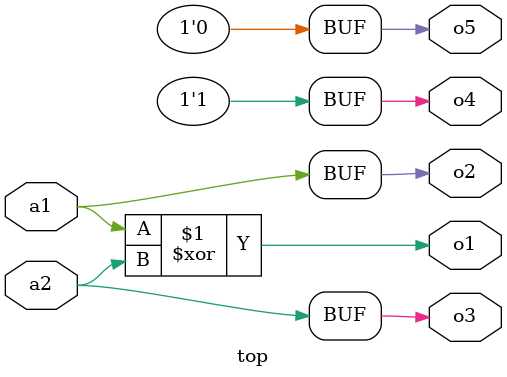
<source format=v>
module top (
    input a1,
    input a2,
    output o1,
    output o2,
    output o3,
    output o4,
    output o5
);
    assign o1 = a1 ^ a2;

    assign o2 = a1;
    assign o3 = a2;
    assign o4 = 1;
    assign o5 = 0;

endmodule

</source>
